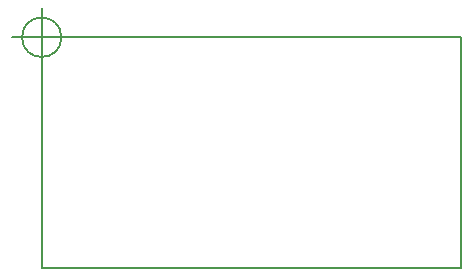
<source format=gbr>
G04 #@! TF.GenerationSoftware,KiCad,Pcbnew,5.99.0-unknown-2a1594d~86~ubuntu18.04.1*
G04 #@! TF.CreationDate,2020-02-12T17:40:13+02:00*
G04 #@! TF.ProjectId,adapter,61646170-7465-4722-9e6b-696361645f70,rev?*
G04 #@! TF.SameCoordinates,Original*
G04 #@! TF.FileFunction,Profile,NP*
%FSLAX46Y46*%
G04 Gerber Fmt 4.6, Leading zero omitted, Abs format (unit mm)*
G04 Created by KiCad (PCBNEW 5.99.0-unknown-2a1594d~86~ubuntu18.04.1) date 2020-02-12 17:40:13*
%MOMM*%
%LPD*%
G01*
G04 APERTURE LIST*
%ADD10C,0.150000*%
G04 APERTURE END LIST*
D10*
X50000000Y-59500000D02*
X50000000Y-40000000D01*
X85500000Y-59500000D02*
X50000000Y-59500000D01*
X85500000Y-40000000D02*
X85500000Y-59500000D01*
X50000000Y-40000000D02*
X85500000Y-40000000D01*
X51666666Y-40000000D02*
G75*
G03*
X51666666Y-40000000I-1666666J0D01*
G01*
X47500000Y-40000000D02*
X52500000Y-40000000D01*
X50000000Y-37500000D02*
X50000000Y-42500000D01*
M02*

</source>
